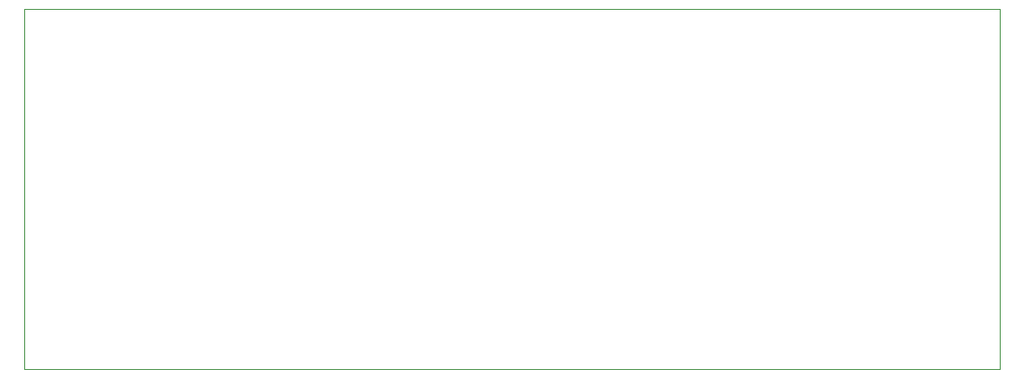
<source format=gbr>
%TF.GenerationSoftware,KiCad,Pcbnew,8.0.4*%
%TF.CreationDate,2024-09-09T00:03:51+05:30*%
%TF.ProjectId,buck conv,6275636b-2063-46f6-9e76-2e6b69636164,rev?*%
%TF.SameCoordinates,Original*%
%TF.FileFunction,Profile,NP*%
%FSLAX46Y46*%
G04 Gerber Fmt 4.6, Leading zero omitted, Abs format (unit mm)*
G04 Created by KiCad (PCBNEW 8.0.4) date 2024-09-09 00:03:51*
%MOMM*%
%LPD*%
G01*
G04 APERTURE LIST*
%TA.AperFunction,Profile*%
%ADD10C,0.050000*%
%TD*%
G04 APERTURE END LIST*
D10*
X115000000Y-134500000D02*
X207000000Y-134500000D01*
X207000000Y-100500000D02*
X115000000Y-100500000D01*
X115000000Y-100500000D02*
X115000000Y-134500000D01*
X207000000Y-134500000D02*
X207000000Y-100500000D01*
M02*

</source>
